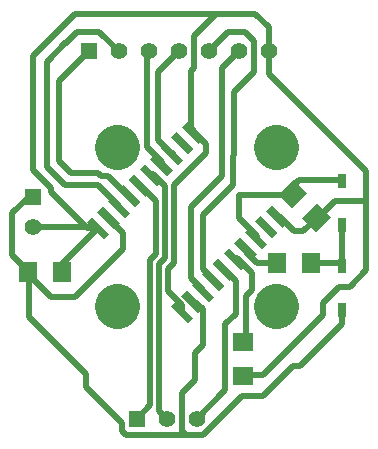
<source format=gtl>
G04 ( created by brdgerber.py ( brdgerber.py v0.1 2014-03-12 ) ) date 2020-10-05 03:44:30 EDT*
G04 Gerber Fmt 3.4, Leading zero omitted, Abs format*
%MOIN*%
%FSLAX34Y34*%
G01*
G70*
G90*
G04 APERTURE LIST*
%ADD18C,0.1500*%
%ADD10C,0.0000*%
%ADD19R,0.0629X0.0709*%
%ADD16C,0.0120*%
%ADD14R,0.0550X0.0550*%
%ADD13C,0.0050*%
%ADD12C,0.0020*%
%ADD17R,0.0275X0.0472*%
%ADD11C,0.0060*%
%ADD15C,0.0550*%
%ADD21C,0.0200*%
%ADD20R,0.0709X0.0629*%
G04 APERTURE END LIST*
G54D18*
G36*
G01X12800Y05366D02*
G01X12616Y05182D01*
G01X13182Y04616D01*
G01X13366Y04800D01*
G01X12800Y05366D01*
G37*
G36*
G01X12446Y05012D02*
G01X12263Y04828D01*
G01X12828Y04263D01*
G01X13012Y04447D01*
G01X12446Y05012D01*
G37*
G36*
G01X12093Y04659D02*
G01X11909Y04475D01*
G01X12475Y03909D01*
G01X12659Y04093D01*
G01X12093Y04659D01*
G37*
G36*
G01X11739Y04305D02*
G01X11555Y04121D01*
G01X12121Y03556D01*
G01X12305Y03739D01*
G01X11739Y04305D01*
G37*
G36*
G01X11386Y03952D02*
G01X11202Y03768D01*
G01X11768Y03202D01*
G01X11951Y03386D01*
G01X11386Y03952D01*
G37*
G36*
G01X11032Y03598D02*
G01X10848Y03414D01*
G01X11414Y02849D01*
G01X11598Y03032D01*
G01X11032Y03598D01*
G37*
G36*
G01X10679Y03245D02*
G01X10495Y03061D01*
G01X11061Y02495D01*
G01X11244Y02679D01*
G01X10679Y03245D01*
G37*
G36*
G01X10325Y02891D02*
G01X10141Y02707D01*
G01X10707Y02141D01*
G01X10891Y02325D01*
G01X10325Y02891D01*
G37*
G36*
G01X13125Y00091D02*
G01X12941Y-00093D01*
G01X13507Y-00659D01*
G01X13691Y-00475D01*
G01X13125Y00091D01*
G37*
G36*
G01X13479Y00444D02*
G01X13295Y00261D01*
G01X13861Y-00305D01*
G01X14045Y-00121D01*
G01X13479Y00444D01*
G37*
G36*
G01X13832Y00798D02*
G01X13649Y00614D01*
G01X14214Y00048D01*
G01X14398Y00232D01*
G01X13832Y00798D01*
G37*
G36*
G01X14186Y01151D02*
G01X14002Y00968D01*
G01X14568Y00402D01*
G01X14752Y00586D01*
G01X14186Y01151D01*
G37*
G36*
G01X14539Y01505D02*
G01X14356Y01321D01*
G01X14921Y00755D01*
G01X15105Y00939D01*
G01X14539Y01505D01*
G37*
G36*
G01X14893Y01859D02*
G01X14709Y01675D01*
G01X15275Y01109D01*
G01X15459Y01293D01*
G01X14893Y01859D01*
G37*
G36*
G01X15247Y02212D02*
G01X15063Y02028D01*
G01X15628Y01463D01*
G01X15812Y01646D01*
G01X15247Y02212D01*
G37*
G36*
G01X15600Y02566D02*
G01X15416Y02382D01*
G01X15982Y01816D01*
G01X16166Y02000D01*
G01X15600Y02566D01*
G37*
G36*
G01X09972Y02537D02*
G01X09788Y02354D01*
G01X10353Y01788D01*
G01X10537Y01972D01*
G01X09972Y02537D01*
G37*
G36*
G01X09618Y02184D02*
G01X09434Y02000D01*
G01X10000Y01434D01*
G01X10184Y01618D01*
G01X09618Y02184D01*
G37*
G36*
G01X12772Y-00263D02*
G01X12588Y-00447D01*
G01X13154Y-01012D01*
G01X13337Y-00828D01*
G01X12772Y-00263D01*
G37*
G36*
G01X12418Y-00616D02*
G01X12234Y-00800D01*
G01X12800Y-01366D01*
G01X12984Y-01182D01*
G01X12418Y-00616D01*
G37*
D14*
X09500Y07700D03*
D15*
X10500Y07700D03*
D15*
X11500Y07700D03*
D15*
X12500Y07700D03*
D15*
X13500Y07700D03*
D15*
X14500Y07700D03*
D15*
X15500Y07700D03*
D17*
X17950Y03378D03*
D17*
X17950Y01922D03*
D18*
G01X15745Y-00795D02*
G01X15745Y-00795D01*
D18*
G01X15745Y04495D02*
G01X15745Y04495D01*
D18*
G01X10455Y04495D02*
G01X10455Y04495D01*
D18*
G01X10455Y-00795D02*
G01X10455Y-00795D01*
D14*
X07650Y02850D03*
D15*
X07650Y01850D03*
D19*
X15791Y00650D03*
D19*
X16909Y00650D03*
G36*
G01X16622Y02126D02*
G01X17067Y01682D01*
G01X17568Y02183D01*
G01X17124Y02628D01*
G01X16622Y02126D01*
G37*
G36*
G01X15832Y02917D02*
G01X16276Y02472D01*
G01X16778Y02974D01*
G01X16333Y03418D01*
G01X15832Y02917D01*
G37*
D14*
X11100Y-04550D03*
D15*
X12100Y-04550D03*
D15*
X13100Y-04550D03*
D17*
X17950Y00528D03*
D17*
X17950Y-00928D03*
D20*
X14650Y-03109D03*
D20*
X14650Y-01991D03*
D19*
X08609Y00350D03*
D19*
X07491Y00350D03*
D21*
G01X17850Y-00150D02*
G01X18200Y-00150D01*
D21*
G01X16300Y03200D02*
G01X16500Y03400D01*
D21*
G01X11200Y03200D02*
G01X11250Y03200D01*
D21*
G01X11250Y03200D02*
G01X11750Y02700D01*
D21*
G01X11750Y02700D02*
G01X11750Y00950D01*
D21*
G01X11750Y00950D02*
G01X11550Y00750D01*
D21*
G01X11550Y00750D02*
G01X11550Y-03000D01*
D21*
G01X11600Y03600D02*
G01X11650Y03600D01*
D21*
G01X11650Y03600D02*
G01X12050Y03200D01*
D21*
G01X12050Y03200D02*
G01X12050Y00800D01*
D21*
G01X12050Y00800D02*
G01X11850Y00600D01*
D21*
G01X11850Y00600D02*
G01X11850Y-02300D01*
D21*
G01X14050Y-03600D02*
G01X13100Y-04550D01*
D21*
G01X18750Y00400D02*
G01X18750Y03700D01*
D21*
G01X18750Y03700D02*
G01X15500Y06950D01*
D21*
G01X16350Y-02050D02*
G01X17300Y-01100D01*
D21*
G01X17300Y-01100D02*
G01X17300Y-00700D01*
D21*
G01X18200Y-00150D02*
G01X18750Y00400D01*
D21*
G01X15000Y07000D02*
G01X15000Y08050D01*
D21*
G01X14350Y06350D02*
G01X15000Y07000D01*
D21*
G01X07650Y01850D02*
G01X09750Y01850D01*
D21*
G01X09750Y01850D02*
G01X09800Y01800D01*
D21*
G01X10500Y02500D02*
G01X10450Y02500D01*
D21*
G01X09850Y08350D02*
G01X10500Y07700D01*
D21*
G01X09100Y08350D02*
G01X09850Y08350D01*
D21*
G01X08700Y07950D02*
G01X09100Y08350D01*
D21*
G01X10500Y02500D02*
G01X10500Y02550D01*
D21*
G01X10500Y02550D02*
G01X09800Y03250D01*
D21*
G01X09800Y03250D02*
G01X08700Y03250D01*
D21*
G01X08700Y03250D02*
G01X08100Y03850D01*
D21*
G01X08100Y03850D02*
G01X08100Y07350D01*
D21*
G01X08100Y07350D02*
G01X08750Y08000D01*
D21*
G01X10850Y02850D02*
G01X10850Y02900D01*
D21*
G01X11450Y07650D02*
G01X11500Y07700D01*
D21*
G01X14300Y03250D02*
G01X14300Y04200D01*
D21*
G01X08900Y03650D02*
G01X08500Y04050D01*
D21*
G01X08500Y04050D02*
G01X08500Y06700D01*
D21*
G01X08500Y06700D02*
G01X09500Y07700D01*
D21*
G01X11950Y03950D02*
G01X11900Y03950D01*
D21*
G01X14500Y02900D02*
G01X16250Y02900D01*
D21*
G01X11450Y07000D02*
G01X11450Y07650D01*
D21*
G01X11450Y04500D02*
G01X11450Y07050D01*
D21*
G01X12300Y04300D02*
G01X12250Y04300D01*
D21*
G01X12250Y04300D02*
G01X11800Y04750D01*
D21*
G01X11800Y04750D02*
G01X11800Y07000D01*
D21*
G01X11800Y07000D02*
G01X12500Y07700D01*
D21*
G01X13650Y00050D02*
G01X13650Y00100D01*
D21*
G01X13650Y00100D02*
G01X13300Y00450D01*
D21*
G01X13300Y00450D02*
G01X13300Y02250D01*
D21*
G01X13300Y02250D02*
G01X14300Y03250D01*
D21*
G01X06950Y00900D02*
G01X07500Y00350D01*
D21*
G01X14350Y04250D02*
G01X14350Y06100D01*
D21*
G01X14300Y04200D02*
G01X14350Y04250D01*
D21*
G01X15000Y08050D02*
G01X14700Y08350D01*
D21*
G01X14700Y08350D02*
G01X14150Y08350D01*
D21*
G01X14150Y08350D02*
G01X13500Y07700D01*
D21*
G01X13300Y-00300D02*
G01X13300Y-00250D01*
D21*
G01X13300Y-00250D02*
G01X12900Y00150D01*
D21*
G01X12900Y00150D02*
G01X12900Y02500D01*
D21*
G01X12900Y02500D02*
G01X13950Y03550D01*
D21*
G01X13950Y03550D02*
G01X13950Y07150D01*
D21*
G01X13950Y07150D02*
G01X14500Y07700D01*
D21*
G01X12150Y00350D02*
G01X12150Y-00300D01*
D21*
G01X12150Y-00300D02*
G01X12600Y-00750D01*
D21*
G01X12600Y-00750D02*
G01X12600Y-01000D01*
D21*
G01X12150Y00350D02*
G01X12150Y00450D01*
D21*
G01X12150Y00450D02*
G01X12350Y00650D01*
D21*
G01X12350Y00650D02*
G01X12350Y03250D01*
D21*
G01X12350Y03250D02*
G01X13400Y04300D01*
D21*
G01X13400Y04300D02*
G01X13400Y04600D01*
D21*
G01X13400Y04600D02*
G01X13000Y05000D01*
D21*
G01X12950Y-00650D02*
G01X13050Y-00650D01*
D21*
G01X13050Y-00650D02*
G01X13300Y-00900D01*
D21*
G01X13300Y-00900D02*
G01X13300Y-02100D01*
D21*
G01X13300Y-02100D02*
G01X13050Y-02350D01*
D21*
G01X07500Y-01150D02*
G01X09400Y-03050D01*
D21*
G01X09400Y-03050D02*
G01X09400Y-03350D01*
D21*
G01X17150Y02150D02*
G01X17700Y02700D01*
D21*
G01X07500Y00350D02*
G01X07500Y-01150D01*
D21*
G01X08600Y00350D02*
G01X08600Y00600D01*
D21*
G01X14350Y06100D02*
G01X14350Y06350D01*
D21*
G01X09050Y08950D02*
G01X13800Y08950D01*
D21*
G01X17700Y02700D02*
G01X18750Y02700D01*
D21*
G01X15100Y01500D02*
G01X15100Y01550D01*
D21*
G01X15100Y01550D02*
G01X14500Y02150D01*
D21*
G01X14500Y02150D02*
G01X14500Y02850D01*
D21*
G01X14400Y00800D02*
G01X14400Y00750D01*
D21*
G01X08600Y00600D02*
G01X09800Y01800D01*
D21*
G01X16650Y01700D02*
G01X17100Y02150D01*
D21*
G01X16350Y01700D02*
G01X16650Y01700D01*
D21*
G01X16250Y02900D02*
G01X16300Y02950D01*
D21*
G01X17950Y01900D02*
G01X17950Y00550D01*
D21*
G01X14750Y01150D02*
G01X14750Y01000D01*
D21*
G01X14750Y01000D02*
G01X15100Y00650D01*
D21*
G01X15100Y00650D02*
G01X15800Y00650D01*
D21*
G01X16900Y00650D02*
G01X17850Y00650D01*
D21*
G01X17850Y00650D02*
G01X17950Y00550D01*
D21*
G01X15500Y07700D02*
G01X15500Y07450D01*
D21*
G01X15500Y06950D02*
G01X15500Y07700D01*
D21*
G01X16500Y03400D02*
G01X17950Y03400D01*
D21*
G01X16300Y02950D02*
G01X16300Y03200D01*
D21*
G01X17300Y-00700D02*
G01X17850Y-00150D01*
D21*
G01X17100Y02150D02*
G01X17150Y02150D01*
D21*
G01X13000Y05000D02*
G01X13000Y05050D01*
D21*
G01X13000Y05050D02*
G01X12900Y05150D01*
D21*
G01X12900Y05150D02*
G01X12900Y07050D01*
D21*
G01X12900Y07050D02*
G01X13000Y07150D01*
D21*
G01X13000Y07150D02*
G01X13000Y08200D01*
D21*
G01X13000Y08200D02*
G01X13750Y08950D01*
D21*
G01X13750Y08950D02*
G01X15050Y08950D01*
D21*
G01X15050Y08950D02*
G01X15500Y08500D01*
D21*
G01X15500Y08500D02*
G01X15500Y07700D01*
D21*
G01X15800Y02200D02*
G01X15850Y02200D01*
D21*
G01X15850Y02200D02*
G01X16350Y01700D01*
D21*
G01X07650Y07550D02*
G01X09050Y08950D01*
D21*
G01X16550Y-02800D02*
G01X17950Y-01400D01*
D21*
G01X17950Y-01400D02*
G01X17950Y-00950D01*
D21*
G01X14400Y00800D02*
G01X14450Y00800D01*
D21*
G01X14450Y00800D02*
G01X14950Y00300D01*
D21*
G01X14950Y00300D02*
G01X14950Y-00250D01*
D21*
G01X14950Y-00250D02*
G01X14750Y-00450D01*
D21*
G01X14750Y-00450D02*
G01X14750Y-01900D01*
D21*
G01X14750Y-01900D02*
G01X14650Y-02000D01*
D21*
G01X14000Y00400D02*
G01X14050Y00400D01*
D21*
G01X14050Y00400D02*
G01X14400Y00050D01*
D21*
G01X14400Y00050D02*
G01X14400Y-01050D01*
D21*
G01X14400Y-01050D02*
G01X14050Y-01400D01*
D21*
G01X14050Y-01400D02*
G01X14050Y-03600D01*
D21*
G01X11850Y-02350D02*
G01X11850Y-04300D01*
D21*
G01X11850Y-04300D02*
G01X12100Y-04550D01*
D21*
G01X11550Y-03000D02*
G01X11550Y-04100D01*
D21*
G01X11550Y-04100D02*
G01X11100Y-04550D01*
D21*
G01X13050Y-02350D02*
G01X13050Y-03250D01*
D21*
G01X13050Y-03250D02*
G01X12600Y-03700D01*
D21*
G01X12600Y-03700D02*
G01X12600Y-04950D01*
D21*
G01X12600Y-04950D02*
G01X12700Y-05050D01*
D21*
G01X10150Y03550D02*
G01X10850Y02850D01*
D21*
G01X09900Y03550D02*
G01X10150Y03550D01*
D21*
G01X14650Y-03100D02*
G01X15300Y-03100D01*
D21*
G01X15300Y-03100D02*
G01X16350Y-02050D01*
D21*
G01X08900Y03650D02*
G01X09800Y03650D01*
D21*
G01X09800Y03650D02*
G01X09900Y03550D01*
D21*
G01X12750Y-05100D02*
G01X13300Y-05100D01*
D21*
G01X13300Y-05100D02*
G01X14600Y-03800D01*
D21*
G01X14600Y-03800D02*
G01X15300Y-03800D01*
D21*
G01X15300Y-03800D02*
G01X16300Y-02800D01*
D21*
G01X16300Y-02800D02*
G01X16550Y-02800D01*
D21*
G01X11950Y03950D02*
G01X11950Y04000D01*
D21*
G01X11950Y04000D02*
G01X11450Y04500D01*
D21*
G01X07650Y02850D02*
G01X07500Y02850D01*
D21*
G01X07500Y02850D02*
G01X06950Y02300D01*
D21*
G01X06950Y02300D02*
G01X06950Y00900D01*
D21*
G01X07500Y00350D02*
G01X07500Y00250D01*
D21*
G01X07500Y00250D02*
G01X08250Y-00500D01*
D21*
G01X08250Y-00500D02*
G01X09050Y-00500D01*
D21*
G01X09050Y-00500D02*
G01X10650Y01100D01*
D21*
G01X10650Y01100D02*
G01X10650Y01650D01*
D21*
G01X10650Y01650D02*
G01X10150Y02150D01*
D21*
G01X09800Y01800D02*
G01X09450Y01800D01*
D21*
G01X09450Y01800D02*
G01X08250Y03000D01*
D21*
G01X08250Y03000D02*
G01X08250Y03150D01*
D21*
G01X08250Y03150D02*
G01X07650Y03750D01*
D21*
G01X07650Y03750D02*
G01X07650Y07550D01*
D21*
G01X09400Y-03350D02*
G01X09400Y-03500D01*
D21*
G01X09400Y-03500D02*
G01X10600Y-04700D01*
D21*
G01X10600Y-04700D02*
G01X10600Y-04950D01*
D21*
G01X10600Y-04950D02*
G01X10750Y-05100D01*
D21*
G01X10750Y-05100D02*
G01X12800Y-05100D01*
M02*

</source>
